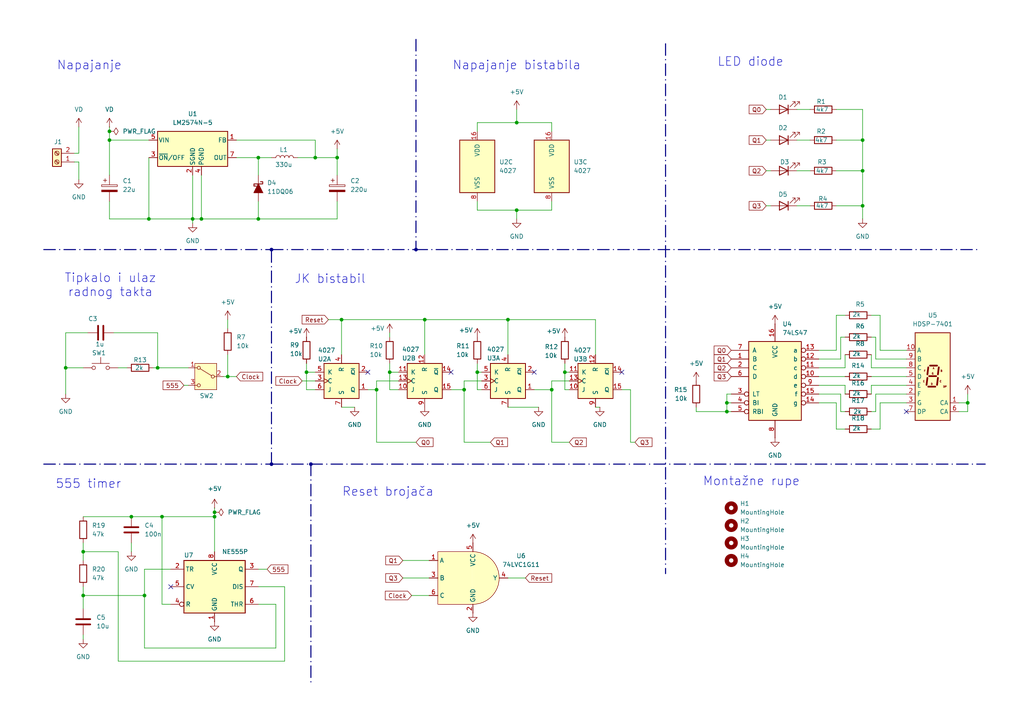
<source format=kicad_sch>
(kicad_sch (version 20250114) (generator "eeschema") (generator_version "9.0")
  (paper "A4")
  (title_block (title "BCD brojač") (date "2025-10-21") (rev "0") (company "TVZ - Tehničko veleučilište u Zagrebu") (comment 1 "Izradio: Leon Blaškić"))
  (lib_symbols
    (symbol "4xxx:4027" (pin_names (offset 1.016))
      (property "Reference" "U" (at -7.62 8.89 0))
      (property "Value" "4027" (at -7.62 -8.89 0))
      (symbol "4027_1_1"
        (pin input line (at -7.62 2.54 0) (length 2.54) (name "J") (number "6"))
        (pin input clock (at -7.62 0 0) (length 2.54) (name "C") (number "3"))
        (pin input line (at -7.62 -2.54 0) (length 2.54) (name "K") (number "5"))
        (pin input line (at 0 7.62 270) (length 2.54) (name "S") (number "7"))
        (pin input line (at 0 -7.62 90) (length 2.54) (name "R") (number "4"))
        (pin output line (at 7.62 2.54 180) (length 2.54) (name "Q") (number "1"))
        (pin output line (at 7.62 -2.54 180) (length 2.54) (name "~{Q}") (number "2"))
      )
      (symbol "4027_2_1"
        (pin input line (at -7.62 2.54 0) (length 2.54) (name "J") (number "10"))
        (pin input clock (at -7.62 0 0) (length 2.54) (name "C") (number "13"))
        (pin input line (at -7.62 -2.54 0) (length 2.54) (name "K") (number "11"))
        (pin input line (at 0 7.62 270) (length 2.54) (name "S") (number "9"))
        (pin input line (at 0 -7.62 90) (length 2.54) (name "R") (number "12"))
        (pin output line (at 7.62 2.54 180) (length 2.54) (name "Q") (number "15"))
        (pin output line (at 7.62 -2.54 180) (length 2.54) (name "~{Q}") (number "14"))
      )
      (symbol "4027_3_0"
        (pin power_in line (at 0 10.16 270) (length 2.54) (name "VDD") (number "16"))
        (pin power_in line (at 0 -10.16 90) (length 2.54) (name "VSS") (number "8"))
      )
    )
    (symbol "74xx:74LS47" (pin_names (offset 1.016))
      (property "Reference" "U" (at -7.62 11.43 0))
      (property "Value" "74LS47" (at -7.62 -13.97 0))
      (symbol "74LS47_1_0"
        (pin input line (at -12.7 7.62 0) (length 5.08) (name "A") (number "7"))
        (pin input line (at -12.7 5.08 0) (length 5.08) (name "B") (number "1"))
        (pin input line (at -12.7 2.54 0) (length 5.08) (name "C") (number "2"))
        (pin input line (at -12.7 0 0) (length 5.08) (name "D") (number "6"))
        (pin input inverted (at -12.7 -5.08 0) (length 5.08) (name "LT") (number "3"))
        (pin input inverted (at -12.7 -7.62 0) (length 5.08) (name "BI") (number "4"))
        (pin input inverted (at -12.7 -10.16 0) (length 5.08) (name "RBI") (number "5"))
        (pin power_in line (at 0 15.24 270) (length 5.08) (name "VCC") (number "16"))
        (pin power_in line (at 0 -17.78 90) (length 5.08) (name "GND") (number "8"))
        (pin open_collector inverted (at 12.7 7.62 180) (length 5.08) (name "a") (number "13"))
        (pin open_collector inverted (at 12.7 5.08 180) (length 5.08) (name "b") (number "12"))
        (pin open_collector inverted (at 12.7 2.54 180) (length 5.08) (name "c") (number "11"))
        (pin open_collector inverted (at 12.7 0 180) (length 5.08) (name "d") (number "10"))
        (pin open_collector inverted (at 12.7 -2.54 180) (length 5.08) (name "e") (number "9"))
        (pin open_collector inverted (at 12.7 -5.08 180) (length 5.08) (name "f") (number "15"))
        (pin open_collector inverted (at 12.7 -7.62 180) (length 5.08) (name "g") (number "14"))
      )
    )
    (symbol "Connector:Screw_Terminal_01x02" (pin_names (offset 1.016) (hide yes))
      (property "Reference" "J" (at 0 2.54 0))
      (property "Value" "Screw_Terminal_01x02" (at 0 -5.08 0))
      (symbol "Screw_Terminal_01x02_1_1"
        (pin passive line (at -5.08 0 0) (length 3.81) (name "Pin_1") (number "1"))
        (pin passive line (at -5.08 -2.54 0) (length 3.81) (name "Pin_2") (number "2"))
      )
    )
    (symbol "Device:C" (pin_numbers (hide yes)) (pin_names (offset 0.254))
      (property "Reference" "C" (at 0.635 2.54 0))
      (property "Value" "C" (at 0.635 -2.54 0))
      (symbol "C_1_1"
        (pin passive line (at 0 3.81 270) (length 2.794) (name "~") (number "1"))
        (pin passive line (at 0 -3.81 90) (length 2.794) (name "~") (number "2"))
      )
    )
    (symbol "Device:C_Polarized" (pin_numbers (hide yes)) (pin_names (offset 0.254))
      (property "Reference" "C" (at 0.635 2.54 0))
      (property "Value" "C_Polarized" (at 0.635 -2.54 0))
      (symbol "C_Polarized_1_1"
        (pin passive line (at 0 3.81 270) (length 2.794) (name "~") (number "1"))
        (pin passive line (at 0 -3.81 90) (length 2.794) (name "~") (number "2"))
      )
    )
    (symbol "Device:D_Schottky_Filled" (pin_numbers (hide yes)) (pin_names (offset 1.016) (hide yes))
      (property "Reference" "D" (at 0 2.54 0))
      (property "Value" "D_Schottky_Filled" (at 0 -2.54 0))
      (symbol "D_Schottky_Filled_1_1"
        (pin passive line (at -3.81 0 0) (length 2.54) (name "K") (number "1"))
        (pin passive line (at 3.81 0 180) (length 2.54) (name "A") (number "2"))
      )
    )
    (symbol "Device:L" (pin_numbers (hide yes)) (pin_names (offset 1.016) (hide yes))
      (property "Reference" "L" (at -1.27 0 90))
      (property "Value" "L" (at 1.905 0 90))
      (symbol "L_1_1"
        (pin passive line (at 0 3.81 270) (length 1.27) (name "1") (number "1"))
        (pin passive line (at 0 -3.81 90) (length 1.27) (name "2") (number "2"))
      )
    )
    (symbol "Device:LED" (pin_numbers (hide yes)) (pin_names (offset 1.016) (hide yes))
      (property "Reference" "D" (at 0 2.54 0))
      (property "Value" "LED" (at 0 -2.54 0))
      (symbol "LED_1_1"
        (pin passive line (at -3.81 0 0) (length 2.54) (name "K") (number "1"))
        (pin passive line (at 3.81 0 180) (length 2.54) (name "A") (number "2"))
      )
    )
    (symbol "Device:R" (pin_numbers (hide yes)) (pin_names (offset 0))
      (property "Reference" "R" (at 2.032 0 90))
      (property "Value" "R" (at 0 0 90))
      (symbol "R_1_1"
        (pin passive line (at 0 3.81 270) (length 1.27) (name "~") (number "1"))
        (pin passive line (at 0 -3.81 90) (length 1.27) (name "~") (number "2"))
      )
    )
    (symbol "Display_Character:HDSP-7401"
      (property "Reference" "U" (at -3.81 13.97 0))
      (property "Value" "HDSP-7401" (at 6.35 13.97 0))
      (symbol "HDSP-7401_1_0"
        (text "E" (at -2.54 -1.397 0) (effects (font (size 0.508 0.508))))
        (text "F" (at -2.286 1.651 0) (effects (font (size 0.508 0.508))))
        (text "D" (at -0.254 -2.159 0) (effects (font (size 0.508 0.508))))
        (text "G" (at 0 0.889 0) (effects (font (size 0.508 0.508))))
        (text "A" (at 0.254 2.413 0) (effects (font (size 0.508 0.508))))
        (text "C" (at 2.286 -1.397 0) (effects (font (size 0.508 0.508))))
        (text "B" (at 2.54 1.651 0) (effects (font (size 0.508 0.508))))
        (text "DP" (at 3.556 -2.921 0) (effects (font (size 0.508 0.508))))
      )
      (symbol "HDSP-7401_1_1"
        (pin input line (at -7.62 7.62 0) (length 2.54) (name "A") (number "10"))
        (pin input line (at -7.62 5.08 0) (length 2.54) (name "B") (number "9"))
        (pin input line (at -7.62 2.54 0) (length 2.54) (name "C") (number "8"))
        (pin input line (at -7.62 0 0) (length 2.54) (name "D") (number "5"))
        (pin input line (at -7.62 -2.54 0) (length 2.54) (name "E") (number "4"))
        (pin input line (at -7.62 -5.08 0) (length 2.54) (name "F") (number "2"))
        (pin input line (at -7.62 -7.62 0) (length 2.54) (name "G") (number "3"))
        (pin input line (at -7.62 -10.16 0) (length 2.54) (name "DP") (number "7"))
        (pin input line (at 7.62 -7.62 180) (length 2.54) (name "CA") (number "1"))
        (pin input line (at 7.62 -10.16 180) (length 2.54) (name "CA") (number "6"))
      )
    )
    (symbol "Mechanical:MountingHole" (pin_names (offset 1.016)) (in_bom no)
      (property "Reference" "H" (at 0 5.08 0))
      (property "Value" "MountingHole" (at 0 3.175 0))
    )
    (symbol "Regulator_Switching:LM2574N-5" (pin_names (offset 0.254))
      (property "Reference" "U" (at -10.16 6.35 0))
      (property "Value" "LM2574N-5" (at 0 6.35 0))
      (symbol "LM2574N-5_1_1"
        (pin power_in line (at -12.7 2.54 0) (length 2.54) (name "VIN") (number "5"))
        (pin input line (at -12.7 -2.54 0) (length 2.54) (name "~{ON}/OFF") (number "3"))
        (pin no_connect line (at -10.16 0 0) (length 2.54) (hide yes) (name "NC") (number "6"))
        (pin power_in line (at 0 -7.62 90) (length 2.54) (name "SGND") (number "2"))
        (pin power_in line (at 2.54 -7.62 90) (length 2.54) (name "PGND") (number "4"))
        (pin no_connect line (at 10.16 0 180) (length 2.54) (hide yes) (name "NC") (number "8"))
        (pin input line (at 12.7 2.54 180) (length 2.54) (name "FB") (number "1"))
        (pin output line (at 12.7 -2.54 180) (length 2.54) (name "OUT") (number "7"))
      )
    )
    (symbol "SN74LVC1G11:SN74LVC1G11"
      (property "Reference" "U?" (at 7.62 7.62 0))
      (symbol "SN74LVC1G11_1_1"
        (pin input line (at -12.7 5.08 0) (length 2.54) (name "A") (number "1"))
        (pin input line (at -12.7 0 0) (length 2.54) (name "B") (number "3"))
        (pin input line (at -12.7 -5.08 0) (length 2.54) (name "C") (number "6"))
        (pin power_in line (at 0 10.16 270) (length 2.54) (name "VCC") (number "5"))
        (pin power_out line (at 0 -10.16 90) (length 2.54) (name "GND") (number "2"))
        (pin output line (at 10.16 0 180) (length 2.54) (name "Y") (number "4"))
      )
    )
    (symbol "Switch:SW_Push" (pin_numbers (hide yes)) (pin_names (offset 1.016) (hide yes))
      (property "Reference" "SW" (at 1.27 2.54 0))
      (property "Value" "SW_Push" (at 0 -1.524 0))
      (symbol "SW_Push_0_1"
        (pin passive line (at -5.08 0 0) (length 2.54) (name "1") (number "1"))
        (pin passive line (at 5.08 0 180) (length 2.54) (name "2") (number "2"))
      )
    )
    (symbol "Switch:SW_SPDT" (pin_names (offset 0) (hide yes))
      (property "Reference" "SW" (at 0 5.08 0))
      (property "Value" "SW_SPDT" (at 0 -5.08 0))
      (symbol "SW_SPDT_1_1"
        (pin passive line (at -5.08 0 0) (length 2.54) (name "B") (number "2"))
        (pin passive line (at 5.08 2.54 180) (length 2.54) (name "A") (number "1"))
        (pin passive line (at 5.08 -2.54 180) (length 2.54) (name "C") (number "3"))
      )
    )
    (symbol "Timer:NE555P"
      (property "Reference" "U" (at -10.16 8.89 0))
      (property "Value" "NE555P" (at 2.54 8.89 0))
      (symbol "NE555P_0_0"
        (pin power_in line (at 0 10.16 270) (length 2.54) (name "VCC") (number "8"))
        (pin power_in line (at 0 -10.16 90) (length 2.54) (name "GND") (number "1"))
      )
      (symbol "NE555P_1_1"
        (pin input line (at -12.7 5.08 0) (length 3.81) (name "TR") (number "2"))
        (pin input line (at -12.7 0 0) (length 3.81) (name "CV") (number "5"))
        (pin input inverted (at -12.7 -5.08 0) (length 3.81) (name "R") (number "4"))
        (pin output line (at 12.7 5.08 180) (length 3.81) (name "Q") (number "3"))
        (pin input line (at 12.7 0 180) (length 3.81) (name "DIS") (number "7"))
        (pin input line (at 12.7 -5.08 180) (length 3.81) (name "THR") (number "6"))
      )
    )
    (symbol "power:+5V" (power) (pin_numbers (hide yes)) (pin_names (offset 0) (hide yes))
      (property "Value" "+5V" (at 0 3.556 0))
      (symbol "+5V_1_1"
        (pin power_in line (at 0 0 90) (length 0) (name "~") (number "1"))
      )
    )
    (symbol "power:GND" (power) (pin_numbers (hide yes)) (pin_names (offset 0) (hide yes))
      (property "Value" "GND" (at 0 -3.81 0))
      (symbol "GND_1_1"
        (pin power_in line (at 0 0 270) (length 0) (name "~") (number "1"))
      )
    )
    (symbol "power:PWR_FLAG" (power) (pin_numbers (hide yes)) (pin_names (offset 0) (hide yes))
      (property "Value" "PWR_FLAG" (at 0 3.81 0))
      (symbol "PWR_FLAG_0_0"
        (pin power_out line (at 0 0 90) (length 0) (name "~") (number "1"))
      )
    )
    (symbol "power:VD" (power) (pin_numbers (hide yes)) (pin_names (offset 0) (hide yes))
      (property "Value" "VD" (at 0 3.556 0))
      (symbol "VD_1_1"
        (pin power_in line (at 0 0 90) (length 0) (name "~") (number "1"))
      )
    )
  )
  (text "Reset brojača" (at 112.522 142.748 0) (effects (font (size 2.54 2.54))))
  (text "Napajanje bistabila" (at 149.86 19.05 0) (effects (font (size 2.54 2.54))))
  (text "555 timer" (at 25.654 140.462 0) (effects (font (size 2.54 2.54))))
  (text "Tipkalo i ulaz\nradnog takta" (at 32.004 82.804 0) (effects (font (size 2.54 2.54))))
  (text "LED diode\n" (at 217.678 18.034 0) (effects (font (size 2.54 2.54))))
  (text "Napajanje" (at 25.908 19.05 0) (effects (font (size 2.54 2.54))))
  (text "Montažne rupe" (at 217.932 139.7 0) (effects (font (size 2.54 2.54))))
  (text "JK bistabil" (at 95.758 81.026 0) (effects (font (size 2.54 2.54))))
  (junction (at 78.74 72.39))
  (junction (at 250.19 40.64))
  (junction (at 58.42 63.5))
  (junction (at 74.93 63.5))
  (junction (at 41.91 172.72))
  (junction (at 19.05 106.68))
  (junction (at 123.19 92.71))
  (junction (at 90.17 134.62))
  (junction (at 31.75 38.1))
  (junction (at 138.43 107.95))
  (junction (at 62.23 148.59))
  (junction (at 24.13 160.02))
  (junction (at 55.88 63.5))
  (junction (at 149.86 60.96))
  (junction (at 74.93 45.72))
  (junction (at 210.82 116.84))
  (junction (at 120.65 72.39))
  (junction (at 147.32 92.71))
  (junction (at 46.99 149.86))
  (junction (at 24.13 172.72))
  (junction (at 113.03 107.95))
  (junction (at 109.22 113.03))
  (junction (at 99.06 92.71))
  (junction (at 31.75 40.64))
  (junction (at 210.82 119.38))
  (junction (at 280.67 116.84))
  (junction (at 62.23 149.86))
  (junction (at 78.74 134.62))
  (junction (at 45.72 106.68))
  (junction (at 88.9 107.95))
  (junction (at 97.79 45.72))
  (junction (at 43.18 63.5))
  (junction (at 250.19 49.53))
  (junction (at 163.83 107.95))
  (junction (at 134.62 113.03))
  (junction (at 66.04 109.22))
  (junction (at 250.19 59.69))
  (junction (at 91.44 45.72))
  (junction (at 38.1 149.86))
  (junction (at 160.02 113.03))
  (junction (at 149.86 35.56))
  (no_connect (at 130.81 107.95))
  (no_connect (at 49.53 170.18))
  (no_connect (at 106.68 107.95))
  (no_connect (at 180.34 107.95))
  (no_connect (at 262.89 119.38))
  (no_connect (at 154.94 107.95))
  (wire (pts (xy 223.52 31.75) (xy 222.25 31.75)))
  (wire (pts (xy 201.93 119.38) (xy 210.82 119.38)))
  (wire (pts (xy 231.14 40.64) (xy 234.95 40.64)))
  (wire (pts (xy 80.01 175.26) (xy 80.01 187.96)))
  (wire (pts (xy 33.02 96.52) (xy 45.72 96.52)))
  (wire (pts (xy 45.72 96.52) (xy 45.72 106.68)))
  (wire (pts (xy 278.13 116.84) (xy 280.67 116.84)))
  (wire (pts (xy 147.32 92.71) (xy 147.32 102.87)))
  (wire (pts (xy 245.11 109.22) (xy 237.49 109.22)))
  (wire (pts (xy 250.19 59.69) (xy 250.19 63.5)))
  (wire (pts (xy 130.81 113.03) (xy 134.62 113.03)))
  (wire (pts (xy 44.45 106.68) (xy 45.72 106.68)))
  (wire (pts (xy 38.1 149.86) (xy 24.13 149.86)))
  (wire (pts (xy 149.86 35.56) (xy 160.02 35.56)))
  (wire (pts (xy 231.14 59.69) (xy 234.95 59.69)))
  (wire (pts (xy 88.9 107.95) (xy 88.9 113.03)))
  (wire (pts (xy 255.27 116.84) (xy 262.89 116.84)))
  (wire (pts (xy 43.18 45.72) (xy 43.18 63.5)))
  (wire (pts (xy 106.68 113.03) (xy 109.22 113.03)))
  (wire (pts (xy 24.13 160.02) (xy 34.29 160.02)))
  (wire (pts (xy 55.88 63.5) (xy 43.18 63.5)))
  (wire (pts (xy 252.73 111.76) (xy 252.73 114.3)))
  (wire (pts (xy 172.72 92.71) (xy 172.72 102.87)))
  (wire (pts (xy 262.89 101.6) (xy 255.27 101.6)))
  (wire (pts (xy 138.43 113.03) (xy 139.7 113.03)))
  (wire (pts (xy 160.02 110.49) (xy 165.1 110.49)))
  (wire (pts (xy 113.03 107.95) (xy 115.57 107.95)))
  (wire (pts (xy 91.44 45.72) (xy 97.79 45.72)))
  (wire (pts (xy 109.22 110.49) (xy 115.57 110.49)))
  (wire (pts (xy 22.86 44.45) (xy 21.59 44.45)))
  (wire (pts (xy 252.73 124.46) (xy 255.27 124.46)))
  (wire (pts (xy 237.49 104.14) (xy 243.84 104.14)))
  (wire (pts (xy 243.84 119.38) (xy 243.84 114.3)))
  (wire (pts (xy 34.29 191.77) (xy 34.29 160.02)))
  (wire (pts (xy 172.72 118.11) (xy 173.99 118.11)))
  (wire (pts (xy 74.93 63.5) (xy 97.79 63.5)))
  (bus (pts (xy 120.65 11.43) (xy 120.65 72.39)) (stroke (width 0) (type dash_dot)))
  (wire (pts (xy 243.84 97.79) (xy 245.11 97.79)))
  (wire (pts (xy 55.88 64.77) (xy 55.88 63.5)))
  (wire (pts (xy 245.11 106.68) (xy 237.49 106.68)))
  (wire (pts (xy 252.73 102.87) (xy 252.73 106.68)))
  (wire (pts (xy 254 97.79) (xy 254 104.14)))
  (wire (pts (xy 245.11 119.38) (xy 243.84 119.38)))
  (bus (pts (xy 78.74 72.39) (xy 120.65 72.39)) (stroke (width 0) (type dash_dot)))
  (wire (pts (xy 99.06 92.71) (xy 123.19 92.71)))
  (wire (pts (xy 82.55 191.77) (xy 34.29 191.77)))
  (wire (pts (xy 74.93 50.8) (xy 74.93 45.72)))
  (wire (pts (xy 242.57 31.75) (xy 250.19 31.75)))
  (wire (pts (xy 38.1 157.48) (xy 38.1 160.02)))
  (wire (pts (xy 252.73 109.22) (xy 262.89 109.22)))
  (wire (pts (xy 41.91 165.1) (xy 49.53 165.1)))
  (wire (pts (xy 210.82 119.38) (xy 212.09 119.38)))
  (wire (pts (xy 62.23 148.59) (xy 62.23 149.86)))
  (wire (pts (xy 245.11 111.76) (xy 237.49 111.76)))
  (wire (pts (xy 180.34 113.03) (xy 182.88 113.03)))
  (wire (pts (xy 147.32 118.11) (xy 156.21 118.11)))
  (wire (pts (xy 201.93 118.11) (xy 201.93 119.38)))
  (wire (pts (xy 250.19 31.75) (xy 250.19 40.64)))
  (wire (pts (xy 113.03 107.95) (xy 113.03 105.41)))
  (wire (pts (xy 116.84 162.56) (xy 124.46 162.56)))
  (wire (pts (xy 24.13 157.48) (xy 24.13 160.02)))
  (wire (pts (xy 97.79 43.18) (xy 97.79 45.72)))
  (wire (pts (xy 113.03 113.03) (xy 113.03 107.95)))
  (wire (pts (xy 255.27 91.44) (xy 255.27 101.6)))
  (wire (pts (xy 88.9 107.95) (xy 91.44 107.95)))
  (wire (pts (xy 68.58 40.64) (xy 91.44 40.64)))
  (wire (pts (xy 250.19 49.53) (xy 250.19 59.69)))
  (wire (pts (xy 252.73 97.79) (xy 254 97.79)))
  (wire (pts (xy 280.67 116.84) (xy 280.67 114.3)))
  (wire (pts (xy 149.86 60.96) (xy 149.86 63.5)))
  (wire (pts (xy 46.99 149.86) (xy 62.23 149.86)))
  (wire (pts (xy 24.13 172.72) (xy 24.13 176.53)))
  (wire (pts (xy 223.52 49.53) (xy 222.25 49.53)))
  (wire (pts (xy 163.83 105.41) (xy 163.83 107.95)))
  (wire (pts (xy 242.57 101.6) (xy 242.57 91.44)))
  (wire (pts (xy 231.14 49.53) (xy 234.95 49.53)))
  (bus (pts (xy 78.74 134.62) (xy 78.74 72.39)) (stroke (width 0) (type dash_dot)))
  (wire (pts (xy 138.43 107.95) (xy 139.7 107.95)))
  (wire (pts (xy 134.62 110.49) (xy 134.62 113.03)))
  (wire (pts (xy 242.57 124.46) (xy 242.57 116.84)))
  (bus (pts (xy 12.7 134.62) (xy 78.74 134.62)) (stroke (width 0) (type dash_dot)))
  (wire (pts (xy 138.43 38.1) (xy 138.43 35.56)))
  (wire (pts (xy 68.58 45.72) (xy 74.93 45.72)))
  (wire (pts (xy 138.43 58.42) (xy 138.43 60.96)))
  (wire (pts (xy 237.49 101.6) (xy 242.57 101.6)))
  (wire (pts (xy 182.88 128.27) (xy 184.15 128.27)))
  (wire (pts (xy 31.75 38.1) (xy 31.75 40.64)))
  (wire (pts (xy 62.23 147.32) (xy 62.23 148.59)))
  (wire (pts (xy 154.94 113.03) (xy 160.02 113.03)))
  (wire (pts (xy 134.62 110.49) (xy 139.7 110.49)))
  (wire (pts (xy 223.52 59.69) (xy 222.25 59.69)))
  (wire (pts (xy 74.93 170.18) (xy 82.55 170.18)))
  (bus (pts (xy 90.17 134.62) (xy 285.75 134.62)) (stroke (width 0) (type dash_dot)))
  (wire (pts (xy 242.57 40.64) (xy 250.19 40.64)))
  (wire (pts (xy 95.25 92.71) (xy 99.06 92.71)))
  (wire (pts (xy 245.11 111.76) (xy 245.11 114.3)))
  (wire (pts (xy 212.09 114.3) (xy 210.82 114.3)))
  (wire (pts (xy 152.4 167.64) (xy 147.32 167.64)))
  (wire (pts (xy 66.04 102.87) (xy 66.04 109.22)))
  (wire (pts (xy 45.72 106.68) (xy 54.61 106.68)))
  (bus (pts (xy 120.65 72.39) (xy 284.48 72.39)) (stroke (width 0) (type dash_dot)))
  (wire (pts (xy 68.58 109.22) (xy 66.04 109.22)))
  (wire (pts (xy 74.93 45.72) (xy 78.74 45.72)))
  (wire (pts (xy 245.11 124.46) (xy 242.57 124.46)))
  (wire (pts (xy 138.43 107.95) (xy 138.43 113.03)))
  (wire (pts (xy 254 119.38) (xy 254 114.3)))
  (wire (pts (xy 115.57 113.03) (xy 113.03 113.03)))
  (bus (pts (xy 78.74 134.62) (xy 90.17 134.62)) (stroke (width 0) (type dash_dot)))
  (wire (pts (xy 24.13 162.56) (xy 24.13 160.02)))
  (wire (pts (xy 163.83 113.03) (xy 165.1 113.03)))
  (wire (pts (xy 138.43 35.56) (xy 149.86 35.56)))
  (wire (pts (xy 31.75 40.64) (xy 31.75 50.8)))
  (wire (pts (xy 41.91 172.72) (xy 41.91 165.1)))
  (bus (pts (xy 12.7 72.39) (xy 78.74 72.39)) (stroke (width 0) (type dash_dot)))
  (wire (pts (xy 77.47 165.1) (xy 74.93 165.1)))
  (wire (pts (xy 123.19 92.71) (xy 123.19 102.87)))
  (wire (pts (xy 119.38 172.72) (xy 124.46 172.72)))
  (wire (pts (xy 22.86 36.83) (xy 22.86 44.45)))
  (wire (pts (xy 160.02 58.42) (xy 160.02 60.96)))
  (wire (pts (xy 80.01 187.96) (xy 41.91 187.96)))
  (wire (pts (xy 31.75 36.83) (xy 31.75 38.1)))
  (wire (pts (xy 24.13 172.72) (xy 41.91 172.72)))
  (wire (pts (xy 242.57 59.69) (xy 250.19 59.69)))
  (wire (pts (xy 34.29 106.68) (xy 36.83 106.68)))
  (wire (pts (xy 147.32 92.71) (xy 172.72 92.71)))
  (wire (pts (xy 165.1 128.27) (xy 160.02 128.27)))
  (wire (pts (xy 109.22 113.03) (xy 109.22 128.27)))
  (wire (pts (xy 82.55 170.18) (xy 82.55 191.77)))
  (wire (pts (xy 74.93 175.26) (xy 80.01 175.26)))
  (wire (pts (xy 120.65 128.27) (xy 109.22 128.27)))
  (wire (pts (xy 163.83 107.95) (xy 163.83 113.03)))
  (wire (pts (xy 116.84 167.64) (xy 124.46 167.64)))
  (wire (pts (xy 24.13 170.18) (xy 24.13 172.72)))
  (wire (pts (xy 210.82 114.3) (xy 210.82 116.84)))
  (wire (pts (xy 49.53 175.26) (xy 46.99 175.26)))
  (wire (pts (xy 254 114.3) (xy 262.89 114.3)))
  (wire (pts (xy 25.4 96.52) (xy 19.05 96.52)))
  (wire (pts (xy 99.06 92.71) (xy 99.06 102.87)))
  (wire (pts (xy 74.93 63.5) (xy 74.93 58.42)))
  (wire (pts (xy 66.04 95.25) (xy 66.04 92.71)))
  (wire (pts (xy 62.23 160.02) (xy 62.23 149.86)))
  (wire (pts (xy 254 104.14) (xy 262.89 104.14)))
  (wire (pts (xy 252.73 119.38) (xy 254 119.38)))
  (wire (pts (xy 55.88 50.8) (xy 55.88 63.5)))
  (wire (pts (xy 255.27 91.44) (xy 252.73 91.44)))
  (wire (pts (xy 245.11 102.87) (xy 245.11 106.68)))
  (wire (pts (xy 138.43 60.96) (xy 149.86 60.96)))
  (bus (pts (xy 90.17 134.62) (xy 90.17 198.12)) (stroke (width 0) (type dash_dot)))
  (wire (pts (xy 19.05 106.68) (xy 19.05 114.3)))
  (wire (pts (xy 91.44 40.64) (xy 91.44 45.72)))
  (wire (pts (xy 243.84 114.3) (xy 237.49 114.3)))
  (wire (pts (xy 97.79 45.72) (xy 97.79 50.8)))
  (wire (pts (xy 210.82 116.84) (xy 210.82 119.38)))
  (wire (pts (xy 160.02 113.03) (xy 160.02 110.49)))
  (wire (pts (xy 243.84 104.14) (xy 243.84 97.79)))
  (wire (pts (xy 66.04 109.22) (xy 64.77 109.22)))
  (wire (pts (xy 88.9 113.03) (xy 91.44 113.03)))
  (wire (pts (xy 58.42 63.5) (xy 55.88 63.5)))
  (wire (pts (xy 280.67 119.38) (xy 280.67 116.84)))
  (wire (pts (xy 58.42 63.5) (xy 74.93 63.5)))
  (wire (pts (xy 22.86 52.07) (xy 22.86 46.99)))
  (wire (pts (xy 123.19 92.71) (xy 147.32 92.71)))
  (wire (pts (xy 134.62 113.03) (xy 134.62 128.27)))
  (wire (pts (xy 38.1 149.86) (xy 46.99 149.86)))
  (wire (pts (xy 149.86 60.96) (xy 160.02 60.96)))
  (wire (pts (xy 212.09 116.84) (xy 210.82 116.84)))
  (wire (pts (xy 86.36 45.72) (xy 91.44 45.72)))
  (wire (pts (xy 138.43 105.41) (xy 138.43 107.95)))
  (wire (pts (xy 46.99 149.86) (xy 46.99 175.26)))
  (wire (pts (xy 278.13 119.38) (xy 280.67 119.38)))
  (wire (pts (xy 58.42 50.8) (xy 58.42 63.5)))
  (wire (pts (xy 88.9 105.41) (xy 88.9 107.95)))
  (wire (pts (xy 41.91 187.96) (xy 41.91 172.72)))
  (wire (pts (xy 142.24 128.27) (xy 134.62 128.27)))
  (wire (pts (xy 250.19 40.64) (xy 250.19 49.53)))
  (wire (pts (xy 19.05 96.52) (xy 19.05 106.68)))
  (wire (pts (xy 242.57 116.84) (xy 237.49 116.84)))
  (wire (pts (xy 242.57 49.53) (xy 250.19 49.53)))
  (wire (pts (xy 182.88 113.03) (xy 182.88 128.27)))
  (wire (pts (xy 252.73 106.68) (xy 262.89 106.68)))
  (wire (pts (xy 160.02 128.27) (xy 160.02 113.03)))
  (wire (pts (xy 234.95 31.75) (xy 231.14 31.75)))
  (wire (pts (xy 53.34 111.76) (xy 54.61 111.76)))
  (wire (pts (xy 87.63 110.49) (xy 91.44 110.49)))
  (wire (pts (xy 149.86 31.75) (xy 149.86 35.56)))
  (wire (pts (xy 31.75 40.64) (xy 43.18 40.64)))
  (wire (pts (xy 109.22 113.03) (xy 109.22 110.49)))
  (wire (pts (xy 24.13 106.68) (xy 19.05 106.68)))
  (wire (pts (xy 31.75 63.5) (xy 31.75 58.42)))
  (wire (pts (xy 22.86 46.99) (xy 21.59 46.99)))
  (wire (pts (xy 242.57 91.44) (xy 245.11 91.44)))
  (wire (pts (xy 113.03 96.52) (xy 113.03 97.79)))
  (wire (pts (xy 99.06 118.11) (xy 102.87 118.11)))
  (wire (pts (xy 97.79 63.5) (xy 97.79 58.42)))
  (wire (pts (xy 163.83 107.95) (xy 165.1 107.95)))
  (wire (pts (xy 24.13 184.15) (xy 24.13 185.42)))
  (bus (pts (xy 193.04 12.7) (xy 193.04 166.37)) (stroke (width 0) (type dash_dot)))
  (wire (pts (xy 262.89 111.76) (xy 252.73 111.76)))
  (wire (pts (xy 160.02 35.56) (xy 160.02 38.1)))
  (wire (pts (xy 255.27 124.46) (xy 255.27 116.84)))
  (wire (pts (xy 223.52 40.64) (xy 222.25 40.64)))
  (wire (pts (xy 43.18 63.5) (xy 31.75 63.5)))
  (global_label "Q3" (shape input) (at 116.84 167.64 180) (property "Intersheetrefs" "${INTERSHEET_REFS}" (effects (hide yes))))
  (global_label "555" (shape input) (at 77.47 165.1 0) (property "Intersheetrefs" "${INTERSHEET_REFS}" (effects (hide yes))))
  (global_label "Clock" (shape input) (at 87.63 110.49 180) (property "Intersheetrefs" "${INTERSHEET_REFS}" (effects (hide yes))))
  (global_label "Q3" (shape input) (at 212.09 109.22 180) (property "Intersheetrefs" "${INTERSHEET_REFS}" (effects (hide yes))))
  (global_label "Clock" (shape input) (at 119.38 172.72 180) (property "Intersheetrefs" "${INTERSHEET_REFS}" (effects (hide yes))))
  (global_label "555" (shape input) (at 53.34 111.76 180) (property "Intersheetrefs" "${INTERSHEET_REFS}" (effects (hide yes))))
  (global_label "Reset" (shape input) (at 152.4 167.64 0) (property "Intersheetrefs" "${INTERSHEET_REFS}" (effects (hide yes))))
  (global_label "Q2" (shape input) (at 165.1 128.27 0) (property "Intersheetrefs" "${INTERSHEET_REFS}" (effects (hide yes))))
  (global_label "Q2" (shape input) (at 222.25 49.53 180) (property "Intersheetrefs" "${INTERSHEET_REFS}" (effects (hide yes))))
  (global_label "Q1" (shape input) (at 116.84 162.56 180) (property "Intersheetrefs" "${INTERSHEET_REFS}" (effects (hide yes))))
  (global_label "Q3" (shape input) (at 222.25 59.69 180) (property "Intersheetrefs" "${INTERSHEET_REFS}" (effects (hide yes))))
  (global_label "Q1" (shape input) (at 212.09 104.14 180) (property "Intersheetrefs" "${INTERSHEET_REFS}" (effects (hide yes))))
  (global_label "Q0" (shape input) (at 222.25 31.75 180) (property "Intersheetrefs" "${INTERSHEET_REFS}" (effects (hide yes))))
  (global_label "Q0" (shape input) (at 212.09 101.6 180) (property "Intersheetrefs" "${INTERSHEET_REFS}" (effects (hide yes))))
  (global_label "Reset" (shape input) (at 95.25 92.71 180) (property "Intersheetrefs" "${INTERSHEET_REFS}" (effects (hide yes))))
  (global_label "Q2" (shape input) (at 212.09 106.68 180) (property "Intersheetrefs" "${INTERSHEET_REFS}" (effects (hide yes))))
  (global_label "Q0" (shape input) (at 120.65 128.27 0) (property "Intersheetrefs" "${INTERSHEET_REFS}" (effects (hide yes))))
  (global_label "Q3" (shape input) (at 184.15 128.27 0) (property "Intersheetrefs" "${INTERSHEET_REFS}" (effects (hide yes))))
  (global_label "Q1" (shape input) (at 222.25 40.64 180) (property "Intersheetrefs" "${INTERSHEET_REFS}" (effects (hide yes))))
  (global_label "Clock" (shape input) (at 68.58 109.22 0) (property "Intersheetrefs" "${INTERSHEET_REFS}" (effects (hide yes))))
  (global_label "Q1" (shape input) (at 142.24 128.27 0) (property "Intersheetrefs" "${INTERSHEET_REFS}" (effects (hide yes))))
  (symbol (lib_id "Device:R") (at 248.92 109.22 90) (unit 1)
    (property "Reference" "R14" (at 250.825 106.0451 90) (effects (justify left)))
    (property "Value" "2k" (at 249.682 108.966 90) (effects (justify left)))
    (property "Footprint" "Resistor_SMD:R_1206_3216Metric_Pad1.30x1.75mm_HandSolder" (effects (hide yes)))
    (property "Description" "Resistor" (effects (hide yes)))
  )
  (symbol (lib_id "Device:LED") (at 227.33 31.75 180) (unit 1)
    (property "Reference" "D1" (at 227.076 28.194 0))
    (property "Value" "LED" (effects (hide yes)))
    (property "Footprint" "LED_THT:LED_D5.0mm" (effects (hide yes)))
    (property "Description" "Light emitting diode" (effects (hide yes)))
    (property "Sim.Pins" "1=K 2=A" (effects (hide yes)))
  )
  (symbol (lib_id "power:GND") (at 250.19 63.5 0) (unit 1)
    (property "Reference" "#PWR012" (effects (hide yes)))
    (property "Value" "GND" (at 250.19 68.58 0))
    (property "Description" "Power symbol creates a global label with name \"GND\" , ground" (effects (hide yes)))
  )
  (symbol (lib_id "4xxx:4027") (at 160.02 48.26 0) (unit 3)
    (property "Reference" "U3" (at 166.37 46.9899 0) (effects (justify left)))
    (property "Value" "4027" (at 166.37 49.5299 0) (effects (justify left)))
    (property "Footprint" "Package_DIP:DIP-16_W7.62mm_Socket_LongPads" (effects (hide yes)))
    (property "Datasheet" "http://www.intersil.com/content/dam/Intersil/documents/cd40/cd4027bms.pdf" (effects (hide yes)))
    (property "Description" "Dual JK FlipFlop, set & reset" (effects (hide yes)))
    (property "Manufacturer" "RENESAS" (effects (hide yes)))
    (property "Manufacturer Part Number" "CD4027BMS" (effects (hide yes)))
  )
  (symbol (lib_id "Device:R") (at 24.13 166.37 0) (unit 1)
    (property "Reference" "R20" (at 26.67 165.0999 0) (effects (justify left)))
    (property "Value" "47k" (at 26.67 167.6399 0) (effects (justify left)))
    (property "Footprint" "Resistor_SMD:R_1206_3216Metric_Pad1.30x1.75mm_HandSolder" (effects (hide yes)))
    (property "Description" "Resistor" (effects (hide yes)))
    (property "Manufacturer" "ROYALOHM" (effects (hide yes)))
    (property "Manufacturer Part Number" "1206S4J0473T5E" (effects (hide yes)))
  )
  (symbol (lib_id "Mechanical:MountingHole") (at 212.09 162.56 0) (unit 1) (in_bom no)
    (property "Reference" "H4" (at 214.63 161.2899 0) (effects (justify left)))
    (property "Value" "MountingHole" (at 214.63 163.8299 0) (effects (justify left)))
    (property "Footprint" "MountingHole:MountingHole_5.5mm" (effects (hide yes)))
    (property "Description" "Mounting Hole without connection" (effects (hide yes)))
  )
  (symbol (lib_id "power:VD") (at 31.75 36.83 0) (unit 1)
    (property "Reference" "#PWR09" (effects (hide yes)))
    (property "Value" "VD" (at 31.75 31.75 0))
    (property "Description" "Power symbol creates a global label with name \"VD\"" (effects (hide yes)))
  )
  (symbol (lib_id "4xxx:4027") (at 123.19 110.49 0) (mirror x) (unit 2)
    (property "Reference" "U2" (at 116.586 103.886 0) (effects (justify left)))
    (property "Value" "4027" (at 116.586 101.346 0) (effects (justify left)))
    (property "Footprint" "Package_DIP:DIP-16_W7.62mm_Socket_LongPads" (effects (hide yes)))
    (property "Datasheet" "http://www.intersil.com/content/dam/Intersil/documents/cd40/cd4027bms.pdf" (effects (hide yes)))
    (property "Description" "Dual JK FlipFlop, set & reset" (effects (hide yes)))
    (property "Manufacturer" "RENESAS" (effects (hide yes)))
    (property "Manufacturer Part Number" "CD4027BMS" (effects (hide yes)))
  )
  (symbol (lib_id "power:GND") (at 24.13 185.42 0) (unit 1)
    (property "Reference" "#PWR01" (effects (hide yes)))
    (property "Value" "GND" (at 24.13 190.5 0))
    (property "Description" "Power symbol creates a global label with name \"GND\" , ground" (effects (hide yes)))
  )
  (symbol (lib_id "power:GND") (at 22.86 52.07 0) (unit 1)
    (property "Reference" "#PWR011" (effects (hide yes)))
    (property "Value" "GND" (at 22.86 57.15 0))
    (property "Description" "Power symbol creates a global label with name \"GND\" , ground" (effects (hide yes)))
  )
  (symbol (lib_id "SN74LVC1G11:SN74LVC1G11") (at 137.16 167.64 0) (unit 1)
    (property "Reference" "U6" (at 151.13 161.2198 0))
    (property "Value" "74LVC1G11" (at 151.13 163.7598 0))
    (property "Footprint" "Package_TO_SOT_SMD:SOT-23-6" (effects (hide yes)))
    (property "Manufacturer" "TEXAS INSTRUMENTS" (effects (hide yes)))
    (property "Manufacturer Part Number" "SN74LVC1G11DBVR" (effects (hide yes)))
  )
  (symbol (lib_id "Device:LED") (at 227.33 59.69 180) (unit 1)
    (property "Reference" "D5" (at 227.076 56.388 0))
    (property "Value" "LED" (effects (hide yes)))
    (property "Footprint" "LED_THT:LED_D5.0mm" (effects (hide yes)))
    (property "Description" "Light emitting diode" (effects (hide yes)))
    (property "Sim.Pins" "1=K 2=A" (effects (hide yes)))
  )
  (symbol (lib_id "Device:R") (at 248.92 124.46 90) (unit 1)
    (property "Reference" "R18" (at 250.825 121.2851 90) (effects (justify left)))
    (property "Value" "2k" (at 249.682 124.206 90) (effects (justify left)))
    (property "Footprint" "Resistor_SMD:R_1206_3216Metric_Pad1.30x1.75mm_HandSolder" (effects (hide yes)))
    (property "Description" "Resistor" (effects (hide yes)))
  )
  (symbol (lib_id "power:PWR_FLAG") (at 62.23 148.59 270) (unit 1)
    (property "Reference" "#FLG02" (effects (hide yes)))
    (property "Value" "PWR_FLAG" (at 66.04 148.5899 90) (effects (justify left)))
    (property "Description" "Special symbol for telling ERC where power comes from" (effects (hide yes)))
  )
  (symbol (lib_id "Device:LED") (at 227.33 40.64 180) (unit 1)
    (property "Reference" "D2" (at 227.076 37.084 0))
    (property "Value" "LED" (effects (hide yes)))
    (property "Footprint" "LED_THT:LED_D5.0mm" (effects (hide yes)))
    (property "Description" "Light emitting diode" (effects (hide yes)))
    (property "Sim.Pins" "1=K 2=A" (effects (hide yes)))
  )
  (symbol (lib_id "Switch:SW_SPDT") (at 59.69 109.22 0) (mirror y) (unit 1)
    (property "Reference" "SW2" (at 59.944 114.808 0))
    (property "Value" "SW_SPDT" (effects (hide yes)))
    (property "Footprint" "Button_Switch_THT:SW_Slide_SPDT_Straight_CK_OS102011MS2Q" (effects (hide yes)))
    (property "Description" "Switch, single pole double throw" (effects (hide yes)))
    (property "Manufacturer" "C&K" (effects (hide yes)))
    (property "Manufacturer Part Number" "OS102011MS2QN1C" (effects (hide yes)))
  )
  (symbol (lib_id "Device:R") (at 138.43 101.6 0) (unit 1)
    (property "Reference" "R11" (at 132.334 100.33 0) (effects (justify left)))
    (property "Value" "10k" (at 132.334 102.87 0) (effects (justify left)))
    (property "Footprint" "Resistor_SMD:R_1206_3216Metric_Pad1.30x1.75mm_HandSolder" (effects (hide yes)))
    (property "Description" "Resistor" (effects (hide yes)))
  )
  (symbol (lib_id "Device:LED") (at 227.33 49.53 180) (unit 1)
    (property "Reference" "D3" (at 227.584 46.99 0))
    (property "Value" "LED" (effects (hide yes)))
    (property "Footprint" "LED_THT:LED_D5.0mm" (effects (hide yes)))
    (property "Description" "Light emitting diode" (effects (hide yes)))
    (property "Sim.Pins" "1=K 2=A" (effects (hide yes)))
  )
  (symbol (lib_id "Mechanical:MountingHole") (at 212.09 152.4 0) (unit 1) (in_bom no)
    (property "Reference" "H2" (at 214.63 151.1299 0) (effects (justify left)))
    (property "Value" "MountingHole" (at 214.63 153.6699 0) (effects (justify left)))
    (property "Footprint" "MountingHole:MountingHole_5.5mm" (effects (hide yes)))
    (property "Description" "Mounting Hole without connection" (effects (hide yes)))
  )
  (symbol (lib_id "power:GND") (at 62.23 180.34 0) (unit 1)
    (property "Reference" "#PWR03" (effects (hide yes)))
    (property "Value" "GND" (at 62.23 185.42 0))
    (property "Description" "Power symbol creates a global label with name \"GND\" , ground" (effects (hide yes)))
  )
  (symbol (lib_id "Device:C") (at 29.21 96.52 90) (unit 1)
    (property "Reference" "C3" (at 26.924 92.456 90))
    (property "Value" "1u" (at 28.956 99.822 90))
    (property "Footprint" "Capacitor_SMD:C_1206_3216Metric_Pad1.33x1.80mm_HandSolder" (effects (hide yes)))
    (property "Description" "Unpolarized capacitor" (effects (hide yes)))
  )
  (symbol (lib_id "Device:R") (at 40.64 106.68 90) (unit 1)
    (property "Reference" "R13" (at 40.64 104.394 90))
    (property "Value" "2k" (at 40.386 106.68 90))
    (property "Footprint" "Resistor_SMD:R_1206_3216Metric_Pad1.30x1.75mm_HandSolder" (effects (hide yes)))
    (property "Description" "Resistor" (effects (hide yes)))
  )
  (symbol (lib_id "power:+5V") (at 163.83 97.79 0) (unit 1)
    (property "Reference" "#PWR023" (effects (hide yes)))
    (property "Value" "+5V" (at 160.528 96.012 0))
    (property "Description" "Power symbol creates a global label with name \"+5V\"" (effects (hide yes)))
  )
  (symbol (lib_id "Device:C_Polarized") (at 31.75 54.61 0) (unit 1)
    (property "Reference" "C1" (at 35.56 52.4509 0) (effects (justify left)))
    (property "Value" "22u" (at 35.56 54.9909 0) (effects (justify left)))
    (property "Footprint" "Capacitor_THT:CP_Radial_D5.0mm_P2.00mm" (effects (hide yes)))
    (property "Description" "Polarized capacitor" (effects (hide yes)))
  )
  (symbol (lib_id "Device:R") (at 238.76 40.64 90) (unit 1)
    (property "Reference" "R2" (at 239.522 38.1 90) (effects (justify left)))
    (property "Value" "4k7" (at 240.03 40.64 90) (effects (justify left)))
    (property "Footprint" "Resistor_THT:R_Axial_DIN0207_L6.3mm_D2.5mm_P10.16mm_Horizontal" (effects (hide yes)))
    (property "Description" "Resistor" (effects (hide yes)))
  )
  (symbol (lib_id "power:GND") (at 137.16 177.8 0) (unit 1)
    (property "Reference" "#PWR014" (effects (hide yes)))
    (property "Value" "GND" (at 137.16 182.88 0))
    (property "Description" "Power symbol creates a global label with name \"GND\" , ground" (effects (hide yes)))
  )
  (symbol (lib_id "power:GND") (at 19.05 114.3 0) (unit 1)
    (property "Reference" "#PWR05" (effects (hide yes)))
    (property "Value" "GND" (at 19.05 119.38 0))
    (property "Description" "Power symbol creates a global label with name \"GND\" , ground" (effects (hide yes)))
  )
  (symbol (lib_id "power:GND") (at 55.88 64.77 0) (unit 1)
    (property "Reference" "#PWR07" (effects (hide yes)))
    (property "Value" "GND" (at 55.88 69.85 0))
    (property "Description" "Power symbol creates a global label with name \"GND\" , ground" (effects (hide yes)))
  )
  (symbol (lib_id "Device:R") (at 66.04 99.06 0) (unit 1)
    (property "Reference" "R7" (at 68.58 97.7899 0) (effects (justify left)))
    (property "Value" "10k" (at 68.58 100.3299 0) (effects (justify left)))
    (property "Footprint" "Resistor_SMD:R_1206_3216Metric_Pad1.30x1.75mm_HandSolder" (effects (hide yes)))
    (property "Description" "Resistor" (effects (hide yes)))
  )
  (symbol (lib_id "Device:C_Polarized") (at 97.79 54.61 0) (unit 1)
    (property "Reference" "C2" (at 101.6 52.4509 0) (effects (justify left)))
    (property "Value" "220u" (at 101.6 54.9909 0) (effects (justify left)))
    (property "Footprint" "Capacitor_THT:CP_Radial_D5.0mm_P2.00mm" (effects (hide yes)))
    (property "Description" "Polarized capacitor" (effects (hide yes)))
  )
  (symbol (lib_id "Display_Character:HDSP-7401") (at 270.51 109.22 0) (unit 1)
    (property "Reference" "U5" (at 270.51 91.44 0))
    (property "Value" "HDSP-7401" (at 270.51 93.98 0))
    (property "Footprint" "Display_7Segment:HDSP-7401" (effects (hide yes)))
    (property "Datasheet" "https://docs.broadcom.com/docs/AV02-2553EN" (effects (hide yes)))
    (property "Description" "One digit 7 segment yellow, common anode" (effects (hide yes)))
    (property "Manufacturer" "FORYARD" (effects (hide yes)))
    (property "Manufacturer Part Number" "FYS-3911BUHR-21" (effects (hide yes)))
  )
  (symbol (lib_id "Device:R") (at 248.92 102.87 90) (unit 1)
    (property "Reference" "R8" (at 250.825 99.6951 90) (effects (justify left)))
    (property "Value" "2k" (at 249.682 102.616 90) (effects (justify left)))
    (property "Footprint" "Resistor_SMD:R_1206_3216Metric_Pad1.30x1.75mm_HandSolder" (effects (hide yes)))
    (property "Description" "Resistor" (effects (hide yes)))
  )
  (symbol (lib_id "power:VD") (at 22.86 36.83 0) (unit 1)
    (property "Reference" "#PWR010" (effects (hide yes)))
    (property "Value" "VD" (at 22.86 31.75 0))
    (property "Description" "Power symbol creates a global label with name \"VD\"" (effects (hide yes)))
  )
  (symbol (lib_id "4xxx:4027") (at 99.06 110.49 0) (mirror x) (unit 1)
    (property "Reference" "U2" (at 92.202 104.14 0) (effects (justify left)))
    (property "Value" "4027" (at 92.202 101.6 0) (effects (justify left)))
    (property "Footprint" "Package_DIP:DIP-16_W7.62mm_Socket_LongPads" (effects (hide yes)))
    (property "Datasheet" "http://www.intersil.com/content/dam/Intersil/documents/cd40/cd4027bms.pdf" (effects (hide yes)))
    (property "Description" "Dual JK FlipFlop, set & reset" (effects (hide yes)))
    (property "Manufacturer" "RENESAS" (effects (hide yes)))
    (property "Manufacturer Part Number" "CD4027BMS" (effects (hide yes)))
  )
  (symbol (lib_id "Device:R") (at 238.76 49.53 90) (unit 1)
    (property "Reference" "R3" (at 239.776 46.99 90) (effects (justify left)))
    (property "Value" "4k7" (at 240.284 49.53 90) (effects (justify left)))
    (property "Footprint" "Resistor_THT:R_Axial_DIN0207_L6.3mm_D2.5mm_P10.16mm_Horizontal" (effects (hide yes)))
    (property "Description" "Resistor" (effects (hide yes)))
  )
  (symbol (lib_id "power:+5V") (at 280.67 114.3 0) (unit 1)
    (property "Reference" "#PWR027" (effects (hide yes)))
    (property "Value" "+5V" (at 280.67 109.22 0))
    (property "Description" "Power symbol creates a global label with name \"+5V\"" (effects (hide yes)))
  )
  (symbol (lib_id "power:+5V") (at 62.23 147.32 0) (unit 1)
    (property "Reference" "#PWR04" (effects (hide yes)))
    (property "Value" "+5V" (at 62.23 141.732 0))
    (property "Description" "Power symbol creates a global label with name \"+5V\"" (effects (hide yes)))
  )
  (symbol (lib_id "Device:R") (at 248.92 91.44 90) (unit 1)
    (property "Reference" "R5" (at 250.825 88.2651 90) (effects (justify left)))
    (property "Value" "2k" (at 249.682 91.186 90) (effects (justify left)))
    (property "Footprint" "Resistor_SMD:R_1206_3216Metric_Pad1.30x1.75mm_HandSolder" (effects (hide yes)))
    (property "Description" "Resistor" (effects (hide yes)))
    (property "Manufacturer" "ROYALOHM" (effects (hide yes)))
    (property "Manufacturer Part Number" "1206S4F2001T5E" (effects (hide yes)))
  )
  (symbol (lib_id "power:+5V") (at 224.79 93.98 0) (unit 1)
    (property "Reference" "#PWR026" (effects (hide yes)))
    (property "Value" "+5V" (at 224.79 88.9 0))
    (property "Description" "Power symbol creates a global label with name \"+5V\"" (effects (hide yes)))
  )
  (symbol (lib_id "power:+5V") (at 149.86 31.75 0) (unit 1)
    (property "Reference" "#PWR015" (effects (hide yes)))
    (property "Value" "+5V" (at 149.86 26.67 0))
    (property "Description" "Power symbol creates a global label with name \"+5V\"" (effects (hide yes)))
  )
  (symbol (lib_id "Mechanical:MountingHole") (at 212.09 147.32 0) (unit 1) (in_bom no)
    (property "Reference" "H1" (at 214.63 146.0499 0) (effects (justify left)))
    (property "Value" "MountingHole" (at 214.63 148.5899 0) (effects (justify left)))
    (property "Footprint" "MountingHole:MountingHole_5.5mm" (effects (hide yes)))
    (property "Description" "Mounting Hole without connection" (effects (hide yes)))
  )
  (symbol (lib_id "power:GND") (at 173.99 118.11 0) (unit 1)
    (property "Reference" "#PWR020" (effects (hide yes)))
    (property "Value" "GND" (at 173.99 123.19 0))
    (property "Description" "Power symbol creates a global label with name \"GND\" , ground" (effects (hide yes)))
  )
  (symbol (lib_id "Mechanical:MountingHole") (at 212.09 157.48 0) (unit 1) (in_bom no)
    (property "Reference" "H3" (at 214.63 156.2099 0) (effects (justify left)))
    (property "Value" "MountingHole" (at 214.63 158.7499 0) (effects (justify left)))
    (property "Footprint" "MountingHole:MountingHole_5.5mm" (effects (hide yes)))
    (property "Description" "Mounting Hole without connection" (effects (hide yes)))
  )
  (symbol (lib_id "power:PWR_FLAG") (at 31.75 38.1 270) (unit 1)
    (property "Reference" "#FLG01" (effects (hide yes)))
    (property "Value" "PWR_FLAG" (at 35.56 38.0999 90) (effects (justify left)))
    (property "Description" "Special symbol for telling ERC where power comes from" (effects (hide yes)))
  )
  (symbol (lib_id "power:GND") (at 123.19 118.11 0) (unit 1)
    (property "Reference" "#PWR018" (effects (hide yes)))
    (property "Value" "GND" (at 123.19 123.19 0))
    (property "Description" "Power symbol creates a global label with name \"GND\" , ground" (effects (hide yes)))
  )
  (symbol (lib_id "Regulator_Switching:LM2574N-5") (at 55.88 43.18 0) (unit 1)
    (property "Reference" "U1" (at 55.88 33.02 0))
    (property "Value" "LM2574N-5" (at 55.88 35.56 0))
    (property "Footprint" "Package_DIP:DIP-8_W7.62mm" (effects (hide yes)))
    (property "Datasheet" "http://www.national.com/ds/LM/LM2574.pdf" (effects (hide yes)))
    (property "Description" "5V, 0.5A SIMPLE SWITCHER® Step-Down Voltage Regulator, DIP-8" (effects (hide yes)))
    (property "Manufacturer" "ONSEMI" (effects (hide yes)))
    (property "Manufacturer Part Number" "LM2574N-5G" (effects (hide yes)))
  )
  (symbol (lib_id "Device:C") (at 38.1 153.67 0) (unit 1)
    (property "Reference" "C4" (at 41.91 152.3999 0) (effects (justify left)))
    (property "Value" "100n" (at 41.91 154.9399 0) (effects (justify left)))
    (property "Footprint" "Capacitor_SMD:C_1206_3216Metric_Pad1.33x1.80mm_HandSolder" (effects (hide yes)))
    (property "Description" "Unpolarized capacitor" (effects (hide yes)))
  )
  (symbol (lib_id "power:+5V") (at 113.03 96.52 0) (unit 1)
    (property "Reference" "#PWR021" (effects (hide yes)))
    (property "Value" "+5V" (at 109.474 95.25 0))
    (property "Description" "Power symbol creates a global label with name \"+5V\"" (effects (hide yes)))
  )
  (symbol (lib_id "Device:R") (at 238.76 31.75 90) (unit 1)
    (property "Reference" "R1" (at 239.522 29.464 90) (effects (justify left)))
    (property "Value" "4k7" (at 240.284 31.75 90) (effects (justify left)))
    (property "Footprint" "Resistor_THT:R_Axial_DIN0207_L6.3mm_D2.5mm_P10.16mm_Horizontal" (effects (hide yes)))
    (property "Description" "Resistor" (effects (hide yes)))
  )
  (symbol (lib_id "power:GND") (at 149.86 63.5 0) (unit 1)
    (property "Reference" "#PWR016" (effects (hide yes)))
    (property "Value" "GND" (at 149.86 68.58 0))
    (property "Description" "Power symbol creates a global label with name \"GND\" , ground" (effects (hide yes)))
  )
  (symbol (lib_id "power:GND") (at 156.21 118.11 0) (unit 1)
    (property "Reference" "#PWR019" (effects (hide yes)))
    (property "Value" "GND" (at 156.21 123.19 0))
    (property "Description" "Power symbol creates a global label with name \"GND\" , ground" (effects (hide yes)))
  )
  (symbol (lib_id "power:+5V") (at 137.16 157.48 0) (unit 1)
    (property "Reference" "#PWR013" (effects (hide yes)))
    (property "Value" "+5V" (at 137.16 152.4 0))
    (property "Description" "Power symbol creates a global label with name \"+5V\"" (effects (hide yes)))
  )
  (symbol (lib_id "Device:D_Schottky_Filled") (at 74.93 54.61 270) (unit 1)
    (property "Reference" "D4" (at 77.47 53.0224 90) (effects (justify left)))
    (property "Value" "11DQ06" (at 77.47 55.5624 90) (effects (justify left)))
    (property "Footprint" "Diode_THT:D_DO-41_SOD81_P12.70mm_Horizontal" (effects (hide yes)))
    (property "Description" "Schottky diode, filled shape" (effects (hide yes)))
  )
  (symbol (lib_id "4xxx:4027") (at 172.72 110.49 0) (mirror x) (unit 2)
    (property "Reference" "U3" (at 166.37 104.14 0) (effects (justify left)))
    (property "Value" "4027" (at 166.37 101.6 0) (effects (justify left)))
    (property "Footprint" "Package_DIP:DIP-16_W7.62mm_Socket_LongPads" (effects (hide yes)))
    (property "Datasheet" "http://www.intersil.com/content/dam/Intersil/documents/cd40/cd4027bms.pdf" (effects (hide yes)))
    (property "Description" "Dual JK FlipFlop, set & reset" (effects (hide yes)))
    (property "Manufacturer" "RENESAS" (effects (hide yes)))
    (property "Manufacturer Part Number" "CD4027BMS" (effects (hide yes)))
  )
  (symbol (lib_id "power:GND") (at 224.79 127 0) (unit 1)
    (property "Reference" "#PWR028" (effects (hide yes)))
    (property "Value" "GND" (at 224.79 132.08 0))
    (property "Description" "Power symbol creates a global label with name \"GND\" , ground" (effects (hide yes)))
  )
  (symbol (lib_id "74xx:74LS47") (at 224.79 109.22 0) (unit 1)
    (property "Reference" "U4" (at 226.9333 93.98 0) (effects (justify left)))
    (property "Value" "74LS47" (at 226.9333 96.52 0) (effects (justify left)))
    (property "Footprint" "Package_DIP:DIP-16_W7.62mm_Socket_LongPads" (effects (hide yes)))
    (property "Datasheet" "http://www.ti.com/lit/gpn/sn74LS47" (effects (hide yes)))
    (property "Description" "BCD to 7-segment Driver, Open Collector, 30V outputs" (effects (hide yes)))
    (property "Manufacturer" "TEXAS INSTRUMENTS" (effects (hide yes)))
    (property "Manufacturer Part Number" "SN74LS47N" (effects (hide yes)))
  )
  (symbol (lib_id "power:+5V") (at 201.93 110.49 0) (unit 1)
    (property "Reference" "#PWR025" (effects (hide yes)))
    (property "Value" "+5V" (at 201.93 105.41 0))
    (property "Description" "Power symbol creates a global label with name \"+5V\"" (effects (hide yes)))
  )
  (symbol (lib_id "Device:R") (at 248.92 114.3 90) (unit 1)
    (property "Reference" "R16" (at 250.825 111.1251 90) (effects (justify left)))
    (property "Value" "2k" (at 249.682 114.046 90) (effects (justify left)))
    (property "Footprint" "Resistor_SMD:R_1206_3216Metric_Pad1.30x1.75mm_HandSolder" (effects (hide yes)))
    (property "Description" "Resistor" (effects (hide yes)))
  )
  (symbol (lib_id "Connector:Screw_Terminal_01x02") (at 16.51 46.99 180) (unit 1)
    (property "Reference" "J1" (at 18.034 41.148 0) (effects (justify left)))
    (property "Value" "Screw_Terminal_01x02" (effects (hide yes)))
    (property "Footprint" "TerminalBlock_MetzConnect:TerminalBlock_MetzConnect_Type011_RT05502HBLC_1x02_P5.00mm_Horizontal" (effects (hide yes)))
    (property "Description" "Generic screw terminal, single row, 01x02, script generated (kicad-library-utils/schlib/autogen/connector/)" (effects (hide yes)))
  )
  (symbol (lib_id "power:+5V") (at 66.04 92.71 0) (unit 1)
    (property "Reference" "#PWR06" (effects (hide yes)))
    (property "Value" "+5V" (at 66.04 87.63 0))
    (property "Description" "Power symbol creates a global label with name \"+5V\"" (effects (hide yes)))
  )
  (symbol (lib_id "Device:C") (at 24.13 180.34 0) (unit 1)
    (property "Reference" "C5" (at 27.94 179.0699 0) (effects (justify left)))
    (property "Value" "10u" (at 27.94 181.6099 0) (effects (justify left)))
    (property "Footprint" "Capacitor_SMD:C_1206_3216Metric_Pad1.33x1.80mm_HandSolder" (effects (hide yes)))
    (property "Description" "Unpolarized capacitor" (effects (hide yes)))
  )
  (symbol (lib_id "Device:R") (at 163.83 101.6 0) (unit 1)
    (property "Reference" "R12" (at 157.988 100.584 0) (effects (justify left)))
    (property "Value" "10k" (at 157.988 103.124 0) (effects (justify left)))
    (property "Footprint" "Resistor_SMD:R_1206_3216Metric_Pad1.30x1.75mm_HandSolder" (effects (hide yes)))
    (property "Description" "Resistor" (effects (hide yes)))
  )
  (symbol (lib_id "4xxx:4027") (at 138.43 48.26 0) (unit 3)
    (property "Reference" "U2" (at 144.78 46.9899 0) (effects (justify left)))
    (property "Value" "4027" (at 144.78 49.5299 0) (effects (justify left)))
    (property "Footprint" "Package_DIP:DIP-16_W7.62mm_Socket_LongPads" (effects (hide yes)))
    (property "Datasheet" "http://www.intersil.com/content/dam/Intersil/documents/cd40/cd4027bms.pdf" (effects (hide yes)))
    (property "Description" "Dual JK FlipFlop, set & reset" (effects (hide yes)))
    (property "Manufacturer" "RENESAS" (effects (hide yes)))
    (property "Manufacturer Part Number" "CD4027BMS" (effects (hide yes)))
  )
  (symbol (lib_id "power:GND") (at 38.1 160.02 0) (unit 1)
    (property "Reference" "#PWR02" (effects (hide yes)))
    (property "Value" "GND" (at 38.1 165.1 0))
    (property "Description" "Power symbol creates a global label with name \"GND\" , ground" (effects (hide yes)))
  )
  (symbol (lib_id "Device:R") (at 238.76 59.69 90) (unit 1)
    (property "Reference" "R4" (at 240.03 57.658 90) (effects (justify left)))
    (property "Value" "4k7" (at 240.284 59.69 90) (effects (justify left)))
    (property "Footprint" "Resistor_THT:R_Axial_DIN0207_L6.3mm_D2.5mm_P10.16mm_Horizontal" (effects (hide yes)))
    (property "Description" "Resistor" (effects (hide yes)))
  )
  (symbol (lib_id "Device:R") (at 24.13 153.67 0) (unit 1)
    (property "Reference" "R19" (at 26.67 152.3999 0) (effects (justify left)))
    (property "Value" "47k" (at 26.67 154.9399 0) (effects (justify left)))
    (property "Footprint" "Resistor_SMD:R_1206_3216Metric_Pad1.30x1.75mm_HandSolder" (effects (hide yes)))
    (property "Description" "Resistor" (effects (hide yes)))
    (property "Manufacturer" "ROYALOHM" (effects (hide yes)))
    (property "Manufacturer Part Number" "1206S4J0473T5E" (effects (hide yes)))
  )
  (symbol (lib_id "Device:R") (at 248.92 119.38 90) (unit 1)
    (property "Reference" "R17" (at 250.825 116.2051 90) (effects (justify left)))
    (property "Value" "2k" (at 249.936 119.38 90) (effects (justify left)))
    (property "Footprint" "Resistor_SMD:R_1206_3216Metric_Pad1.30x1.75mm_HandSolder" (effects (hide yes)))
    (property "Description" "Resistor" (effects (hide yes)))
  )
  (symbol (lib_id "power:GND") (at 102.87 118.11 0) (unit 1)
    (property "Reference" "#PWR017" (effects (hide yes)))
    (property "Value" "GND" (at 102.87 123.19 0))
    (property "Description" "Power symbol creates a global label with name \"GND\" , ground" (effects (hide yes)))
  )
  (symbol (lib_id "power:+5V") (at 88.9 97.79 0) (unit 1)
    (property "Reference" "#PWR024" (effects (hide yes)))
    (property "Value" "+5V" (at 85.598 96.012 0))
    (property "Description" "Power symbol creates a global label with name \"+5V\"" (effects (hide yes)))
  )
  (symbol (lib_id "power:+5V") (at 138.43 97.79 0) (unit 1)
    (property "Reference" "#PWR022" (effects (hide yes)))
    (property "Value" "+5V" (at 135.128 95.758 0))
    (property "Description" "Power symbol creates a global label with name \"+5V\"" (effects (hide yes)))
  )
  (symbol (lib_id "Device:L") (at 82.55 45.72 90) (unit 1)
    (property "Reference" "L1" (at 82.296 43.434 90))
    (property "Value" "330u" (at 82.296 47.752 90))
    (property "Footprint" "Inductor_THT:L_Radial_D7.2mm_P3.00mm_Murata_1700" (effects (hide yes)))
    (property "Description" "Inductor" (effects (hide yes)))
  )
  (symbol (lib_id "power:+5V") (at 97.79 43.18 0) (unit 1)
    (property "Reference" "#PWR08" (effects (hide yes)))
    (property "Value" "+5V" (at 97.79 38.1 0))
    (property "Description" "Power symbol creates a global label with name \"+5V\"" (effects (hide yes)))
  )
  (symbol (lib_id "Device:R") (at 113.03 101.6 0) (unit 1)
    (property "Reference" "R10" (at 107.188 100.33 0) (effects (justify left)))
    (property "Value" "10k" (at 107.188 102.87 0) (effects (justify left)))
    (property "Footprint" "Resistor_SMD:R_1206_3216Metric_Pad1.30x1.75mm_HandSolder" (effects (hide yes)))
    (property "Description" "Resistor" (effects (hide yes)))
  )
  (symbol (lib_id "4xxx:4027") (at 147.32 110.49 0) (mirror x) (unit 1)
    (property "Reference" "U3" (at 141.224 103.886 0) (effects (justify left)))
    (property "Value" "4027" (at 141.224 101.346 0) (effects (justify left)))
    (property "Footprint" "Package_DIP:DIP-16_W7.62mm_Socket_LongPads" (effects (hide yes)))
    (property "Datasheet" "http://www.intersil.com/content/dam/Intersil/documents/cd40/cd4027bms.pdf" (effects (hide yes)))
    (property "Description" "Dual JK FlipFlop, set & reset" (effects (hide yes)))
    (property "Manufacturer" "RENESAS" (effects (hide yes)))
    (property "Manufacturer Part Number" "CD4027BMS" (effects (hide yes)))
  )
  (symbol (lib_id "Switch:SW_Push") (at 29.21 106.68 0) (unit 1)
    (property "Reference" "SW1" (at 28.702 102.362 0))
    (property "Value" "SW_Push" (effects (hide yes)))
    (property "Footprint" "Button_Switch_THT:SW_PUSH_6mm_H4.3mm" (effects (hide yes)))
    (property "Description" "Push button switch, generic, two pins" (effects (hide yes)))
    (property "Manufacturer" "microswitch TACT" (effects (hide yes)))
    (property "Manufacturer Part Number" "TACT-64N-F" (effects (hide yes)))
  )
  (symbol (lib_id "Device:R") (at 88.9 101.6 0) (unit 1)
    (property "Reference" "R9" (at 84.074 100.076 0) (effects (justify left)))
    (property "Value" "10k" (at 84.074 102.616 0) (effects (justify left)))
    (property "Footprint" "Resistor_SMD:R_1206_3216Metric_Pad1.30x1.75mm_HandSolder" (effects (hide yes)))
    (property "Description" "Resistor" (effects (hide yes)))
  )
  (symbol (lib_id "Device:R") (at 201.93 114.3 0) (mirror y) (unit 1)
    (property "Reference" "R15" (at 199.39 113.0299 0) (effects (justify left)))
    (property "Value" "10k" (at 199.39 115.5699 0) (effects (justify left)))
    (property "Footprint" "Resistor_SMD:R_1206_3216Metric_Pad1.30x1.75mm_HandSolder" (effects (hide yes)))
    (property "Description" "Resistor" (effects (hide yes)))
  )
  (symbol (lib_id "Device:R") (at 248.92 97.79 90) (unit 1)
    (property "Reference" "R6" (at 250.825 94.6151 90) (effects (justify left)))
    (property "Value" "2k" (at 249.682 97.536 90) (effects (justify left)))
    (property "Footprint" "Resistor_SMD:R_1206_3216Metric_Pad1.30x1.75mm_HandSolder" (effects (hide yes)))
    (property "Description" "Resistor" (effects (hide yes)))
  )
  (symbol (lib_id "Timer:NE555P") (at 62.23 170.18 0) (unit 1)
    (property "Reference" "U7" (at 53.34 161.036 0) (effects (justify left)))
    (property "Value" "NE555P" (at 64.3733 160.02 0) (effects (justify left)))
    (property "Footprint" "Package_DIP:DIP-8_W7.62mm" (effects (hide yes)))
    (property "Datasheet" "http://www.ti.com/lit/ds/symlink/ne555.pdf" (effects (hide yes)))
    (property "Description" "Precision Timers, 555 compatible,  PDIP-8" (effects (hide yes)))
    (property "Manufacturer" "TEXAS INSTRUMENTS" (effects (hide yes)))
    (property "Manufacturer Part Number" "NE555P" (effects (hide yes)))
  )
)
</source>
